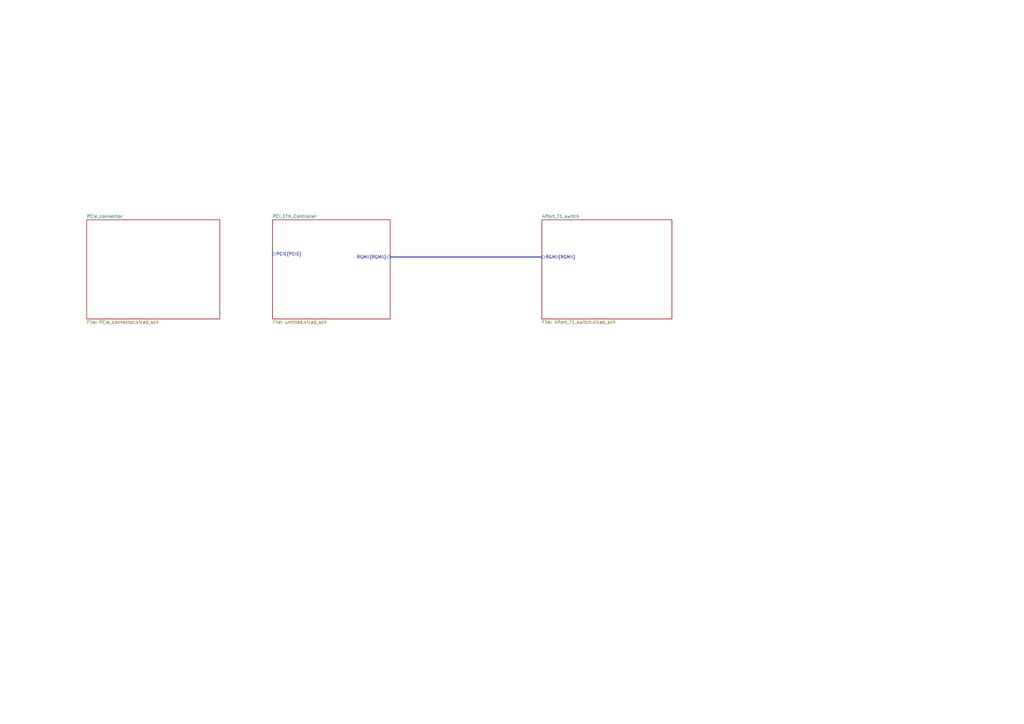
<source format=kicad_sch>
(kicad_sch
	(version 20231120)
	(generator "eeschema")
	(generator_version "8.0")
	(uuid "35c16f53-2908-4c19-8371-633bea9adc2a")
	(paper "A3")
	(lib_symbols)
	(bus
		(pts
			(xy 160.02 105.41) (xy 222.25 105.41)
		)
		(stroke
			(width 0)
			(type default)
		)
		(uuid "67de7543-2d77-473d-a6cd-55d1c4f3cbc9")
	)
	(sheet
		(at 111.76 90.17)
		(size 48.26 40.64)
		(fields_autoplaced yes)
		(stroke
			(width 0.1524)
			(type solid)
		)
		(fill
			(color 0 0 0 0.0000)
		)
		(uuid "0be42dd2-569f-485b-91d8-bc57794893ab")
		(property "Sheetname" "PCI_ETH_Controller"
			(at 111.76 89.4584 0)
			(effects
				(font
					(size 1.27 1.27)
				)
				(justify left bottom)
			)
		)
		(property "Sheetfile" "untitled.kicad_sch"
			(at 111.76 131.3946 0)
			(effects
				(font
					(size 1.27 1.27)
				)
				(justify left top)
			)
		)
		(pin "PCIE{PCIE}" input
			(at 111.76 104.14 180)
			(effects
				(font
					(size 1.27 1.27)
				)
				(justify left)
			)
			(uuid "33257e8e-5309-4e96-8102-969c0b561098")
		)
		(pin "RGMII{RGMII}" input
			(at 160.02 105.41 0)
			(effects
				(font
					(size 1.27 1.27)
				)
				(justify right)
			)
			(uuid "bea8c7a3-9e47-40ef-8bc1-58efe2e3a7a0")
		)
		(instances
			(project "mPCIe_T1Switch"
				(path "/35c16f53-2908-4c19-8371-633bea9adc2a"
					(page "2")
				)
			)
		)
	)
	(sheet
		(at 35.56 90.17)
		(size 54.61 40.64)
		(fields_autoplaced yes)
		(stroke
			(width 0.1524)
			(type solid)
		)
		(fill
			(color 0 0 0 0.0000)
		)
		(uuid "5373f408-5f1e-469a-8abd-82497cfedf8b")
		(property "Sheetname" "PCIe_connector"
			(at 35.56 89.4584 0)
			(effects
				(font
					(size 1.27 1.27)
				)
				(justify left bottom)
			)
		)
		(property "Sheetfile" "PCIe_connector.kicad_sch"
			(at 35.56 131.3946 0)
			(effects
				(font
					(size 1.27 1.27)
				)
				(justify left top)
			)
		)
		(instances
			(project "mPCIe_T1Switch"
				(path "/35c16f53-2908-4c19-8371-633bea9adc2a"
					(page "4")
				)
			)
		)
	)
	(sheet
		(at 222.25 90.17)
		(size 53.34 40.64)
		(fields_autoplaced yes)
		(stroke
			(width 0.1524)
			(type solid)
		)
		(fill
			(color 0 0 0 0.0000)
		)
		(uuid "855628a6-386a-4082-b355-91c0fef1b439")
		(property "Sheetname" "4Port_T1_switch"
			(at 222.25 89.4584 0)
			(effects
				(font
					(size 1.27 1.27)
				)
				(justify left bottom)
			)
		)
		(property "Sheetfile" "4Port_T1_switch.kicad_sch"
			(at 222.25 131.3946 0)
			(effects
				(font
					(size 1.27 1.27)
				)
				(justify left top)
			)
		)
		(pin "RGMII{RGMII}" input
			(at 222.25 105.41 180)
			(effects
				(font
					(size 1.27 1.27)
				)
				(justify left)
			)
			(uuid "865a5eed-23c7-49ea-b5ee-563f26deffa7")
		)
		(instances
			(project "mPCIe_T1Switch"
				(path "/35c16f53-2908-4c19-8371-633bea9adc2a"
					(page "3")
				)
			)
		)
	)
	(sheet_instances
		(path "/"
			(page "1")
		)
	)
)

</source>
